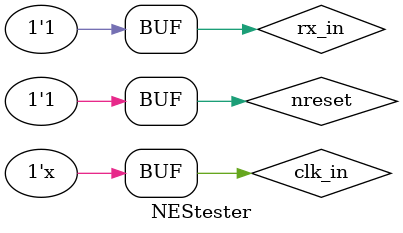
<source format=v>
`timescale 1ns / 1ps


module NEStester;

	// Inputs
	reg clk_in;
	reg nreset;
	reg rx_in;

	// Outputs
	wire tx_out;
	wire [7:0] led_out;

	// Instantiate the Unit Under Test (UUT)
	NES uut (
		.clk_in(clk_in), 
		.nreset(nreset),  
		.tx_out(tx_out), 
		.led_out(led_out),
		.rx_in(rx_in)
	);

	initial begin
		// Initialize Inputs
		clk_in = 0;
		nreset = 0;
		rx_in = 1;

		// Wait 100 ns for global reset to finish
		#600;
        
		// Add stimulus here
		nreset = 1;
		
		#50;
		rx_in = 0;
		#1736
		rx_in = 1;
		#1736
		rx_in = 0;
		#12152;
		rx_in = 1;
		
		#2000;
		rx_in = 0;
		#15624;
		rx_in = 1;
		
		#300000;
		rx_in = 0;
		#1736
		rx_in = 1;
		#1736
		rx_in = 0;
		#12152;
		rx_in = 1;
		
		#2000;
		rx_in = 0;
		#15624;
		rx_in = 1;
	end
	
	always begin
		#1;
		clk_in = !clk_in;
	end
      
endmodule


</source>
